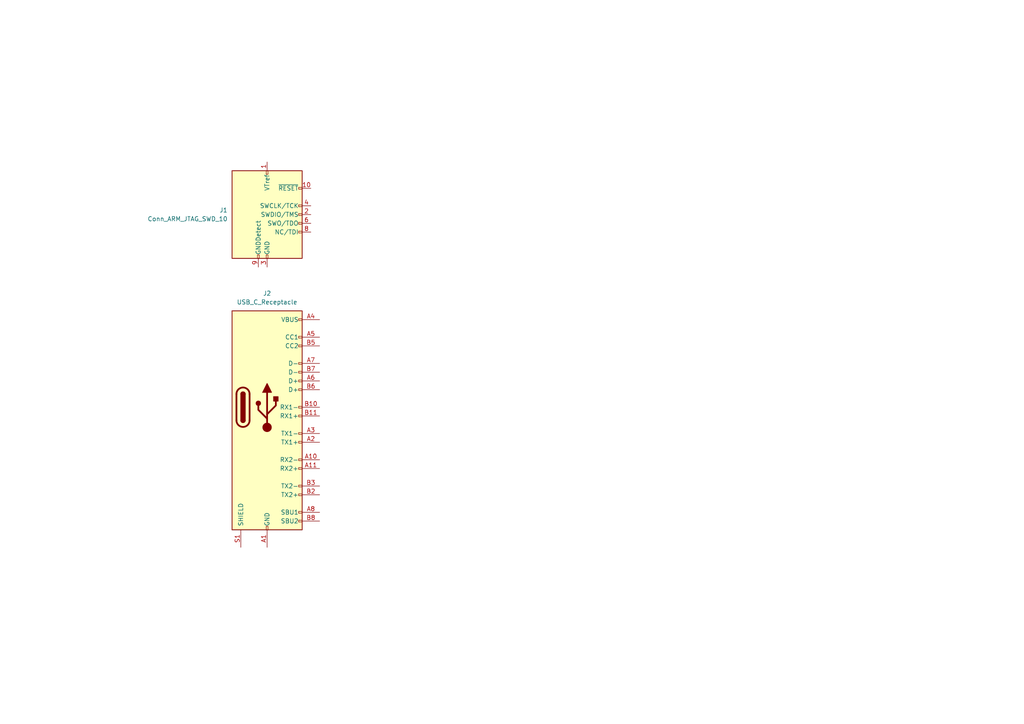
<source format=kicad_sch>
(kicad_sch (version 20231120) (generator "eeschema") (generator_version "8.0")
  (paper "A4")
  (lib_symbols
    (symbol "Connector:Conn_ARM_JTAG_SWD_10" (pin_names (offset 1.016))
      (property "Reference" "J" (at -2.54 16.51 0))
      (property "Value" "Conn_ARM_JTAG_SWD_10" (at -2.54 13.97 0))
      (symbol "Conn_ARM_JTAG_SWD_10_0_1"
        (rectangle (start -10.16 12.7) (end 10.16 -12.7) (stroke (width 0.254)) (fill (type background)))
        (rectangle (start -2.794 -12.7) (end -2.286 -11.684))
        (rectangle (start -0.254 -12.7) (end 0.254 -11.684))
        (rectangle (start -0.254 12.7) (end 0.254 11.684))
        (rectangle (start 9.144 2.286) (end 10.16 2.794))
        (rectangle (start 10.16 -2.794) (end 9.144 -2.286))
        (rectangle (start 10.16 -0.254) (end 9.144 0.254))
        (rectangle (start 10.16 7.874) (end 9.144 7.366))
      )
      (symbol "Conn_ARM_JTAG_SWD_10_1_1"
        (rectangle (start 9.144 -5.334) (end 10.16 -4.826))
        (pin power_in line (at 0 15.24 270) (length 2.54) (name "VTref") (number "1"))
        (pin open_collector line (at 12.7 7.62 180) (length 2.54) (name "~{RESET}") (number "10"))
        (pin bidirectional line (at 12.7 0 180) (length 2.54) (name "SWDIO/TMS") (number "2"))
        (pin power_in line (at 0 -15.24 90) (length 2.54) (name "GND") (number "3"))
        (pin output line (at 12.7 2.54 180) (length 2.54) (name "SWCLK/TCK") (number "4"))
        (pin passive line (at 0 -15.24 90) (length 2.54) hide (name "GND") (number "5"))
        (pin input line (at 12.7 -2.54 180) (length 2.54) (name "SWO/TDO") (number "6"))
        (pin no_connect line (at -10.16 0 0) (length 2.54) hide (name "KEY") (number "7"))
        (pin output line (at 12.7 -5.08 180) (length 2.54) (name "NC/TDI") (number "8"))
        (pin passive line (at -2.54 -15.24 90) (length 2.54) (name "GNDDetect") (number "9"))
      )
    )
    (symbol "Connector:USB_C_Receptacle" (pin_names (offset 1.016))
      (property "Reference" "J" (at -10.16 29.21 0))
      (property "Value" "USB_C_Receptacle" (at 10.16 29.21 0))
      (symbol "USB_C_Receptacle_0_0"
        (rectangle (start -0.254 -35.56) (end 0.254 -34.544))
        (rectangle (start 10.16 -32.766) (end 9.144 -33.274))
        (rectangle (start 10.16 -30.226) (end 9.144 -30.734))
        (rectangle (start 10.16 -25.146) (end 9.144 -25.654))
        (rectangle (start 10.16 -22.606) (end 9.144 -23.114))
        (rectangle (start 10.16 -17.526) (end 9.144 -18.034))
        (rectangle (start 10.16 -14.986) (end 9.144 -15.494))
        (rectangle (start 10.16 -9.906) (end 9.144 -10.414))
        (rectangle (start 10.16 -7.366) (end 9.144 -7.874))
        (rectangle (start 10.16 -2.286) (end 9.144 -2.794))
        (rectangle (start 10.16 0.254) (end 9.144 -0.254))
        (rectangle (start 10.16 5.334) (end 9.144 4.826))
        (rectangle (start 10.16 7.874) (end 9.144 7.366))
        (rectangle (start 10.16 10.414) (end 9.144 9.906))
        (rectangle (start 10.16 12.954) (end 9.144 12.446))
        (rectangle (start 10.16 18.034) (end 9.144 17.526))
        (rectangle (start 10.16 20.574) (end 9.144 20.066))
        (rectangle (start 10.16 25.654) (end 9.144 25.146))
      )
      (symbol "USB_C_Receptacle_0_1"
        (rectangle (start -10.16 27.94) (end 10.16 -35.56) (stroke (width 0.254)) (fill (type background)))
        (arc (start -8.89 -3.81) (mid -6.985 -5.7067) (end -5.08 -3.81) (stroke (width 0.508)))
        (arc (start -7.62 -3.81) (mid -6.985 -4.4423) (end -6.35 -3.81) (stroke (width 0.254)))
        (arc (start -7.62 -3.81) (mid -6.985 -4.4423) (end -6.35 -3.81) (stroke (width 0.254)) (fill (type outline)))
        (rectangle (start -7.62 -3.81) (end -6.35 3.81) (stroke (width 0.254)) (fill (type outline)))
        (arc (start -6.35 3.81) (mid -6.985 4.4423) (end -7.62 3.81) (stroke (width 0.254)))
        (arc (start -6.35 3.81) (mid -6.985 4.4423) (end -7.62 3.81) (stroke (width 0.254)) (fill (type outline)))
        (arc (start -5.08 3.81) (mid -6.985 5.7067) (end -8.89 3.81) (stroke (width 0.508)))
        (polyline (pts (xy -8.89 -3.81) (xy -8.89 3.81)) (stroke (width 0.508)))
        (polyline (pts (xy -5.08 3.81) (xy -5.08 -3.81)) (stroke (width 0.508)))
      )
      (symbol "USB_C_Receptacle_1_1"
        (circle (center -2.54 1.143) (radius 0.635) (stroke (width 0.254)) (fill (type outline)))
        (circle (center 0 -5.842) (radius 1.27) (fill (type outline)))
        (polyline (pts (xy 0 -5.842) (xy 0 4.318)) (stroke (width 0.508)))
        (polyline (pts (xy 0 -3.302) (xy -2.54 -0.762) (xy -2.54 0.508)) (stroke (width 0.508)))
        (polyline (pts (xy 0 -2.032) (xy 2.54 0.508) (xy 2.54 1.778)) (stroke (width 0.508)))
        (polyline (pts (xy -1.27 4.318) (xy 0 6.858) (xy 1.27 4.318) (xy -1.27 4.318)) (stroke (width 0.254)) (fill (type outline)))
        (rectangle (start 1.905 1.778) (end 3.175 3.048) (stroke (width 0.254)) (fill (type outline)))
        (pin passive line (at 0 -40.64 90) (length 5.08) (name "GND") (number "A1"))
        (pin bidirectional line (at 15.24 -15.24 180) (length 5.08) (name "RX2-") (number "A10"))
        (pin bidirectional line (at 15.24 -17.78 180) (length 5.08) (name "RX2+") (number "A11"))
        (pin passive line (at 0 -40.64 90) (length 5.08) hide (name "GND") (number "A12"))
        (pin bidirectional line (at 15.24 -10.16 180) (length 5.08) (name "TX1+") (number "A2"))
        (pin bidirectional line (at 15.24 -7.62 180) (length 5.08) (name "TX1-") (number "A3"))
        (pin passive line (at 15.24 25.4 180) (length 5.08) (name "VBUS") (number "A4"))
        (pin bidirectional line (at 15.24 20.32 180) (length 5.08) (name "CC1") (number "A5"))
        (pin bidirectional line (at 15.24 7.62 180) (length 5.08) (name "D+") (number "A6"))
        (pin bidirectional line (at 15.24 12.7 180) (length 5.08) (name "D-") (number "A7"))
        (pin bidirectional line (at 15.24 -30.48 180) (length 5.08) (name "SBU1") (number "A8"))
        (pin passive line (at 15.24 25.4 180) (length 5.08) hide (name "VBUS") (number "A9"))
        (pin passive line (at 0 -40.64 90) (length 5.08) hide (name "GND") (number "B1"))
        (pin bidirectional line (at 15.24 0 180) (length 5.08) (name "RX1-") (number "B10"))
        (pin bidirectional line (at 15.24 -2.54 180) (length 5.08) (name "RX1+") (number "B11"))
        (pin passive line (at 0 -40.64 90) (length 5.08) hide (name "GND") (number "B12"))
        (pin bidirectional line (at 15.24 -25.4 180) (length 5.08) (name "TX2+") (number "B2"))
        (pin bidirectional line (at 15.24 -22.86 180) (length 5.08) (name "TX2-") (number "B3"))
        (pin passive line (at 15.24 25.4 180) (length 5.08) hide (name "VBUS") (number "B4"))
        (pin bidirectional line (at 15.24 17.78 180) (length 5.08) (name "CC2") (number "B5"))
        (pin bidirectional line (at 15.24 5.08 180) (length 5.08) (name "D+") (number "B6"))
        (pin bidirectional line (at 15.24 10.16 180) (length 5.08) (name "D-") (number "B7"))
        (pin bidirectional line (at 15.24 -33.02 180) (length 5.08) (name "SBU2") (number "B8"))
        (pin passive line (at 15.24 25.4 180) (length 5.08) hide (name "VBUS") (number "B9"))
        (pin passive line (at -7.62 -40.64 90) (length 5.08) (name "SHIELD") (number "S1"))
      )
    )
  )
  (symbol (lib_id "Connector:USB_C_Receptacle") (at 77.47 118.11 0) (unit 1)
    (property "Reference" "J2" (at 77.47 85.09 0))
    (property "Value" "USB_C_Receptacle" (at 77.47 87.63 0))
    (property "Footprint" "Connector_USB:USB_C_Receptacle_Amphenol_12401548E4-2A" (effects (hide yes)))
    (property "Datasheet" "https://www.usb.org/sites/default/files/documents/usb_type-c.zip" (effects (hide yes)))
    (property "Description" "USB Full-Featured Type-C Receptacle connector" (effects (hide yes)))
  )
  (symbol (lib_id "Connector:Conn_ARM_JTAG_SWD_10") (at 77.47 62.23 0) (unit 1)
    (property "Reference" "J1" (at 66.04 60.9599 0) (effects (justify right)))
    (property "Value" "Conn_ARM_JTAG_SWD_10" (at 66.04 63.4999 0) (effects (justify right)))
    (property "Datasheet" "http://infocenter.arm.com/help/topic/com.arm.doc.ddi0314h/DDI0314H_coresight_components_trm.pdf" (effects (hide yes)))
    (property "Description" "Cortex Debug Connector, standard ARM Cortex-M SWD and JTAG interface" (effects (hide yes)))
  )
)
</source>
